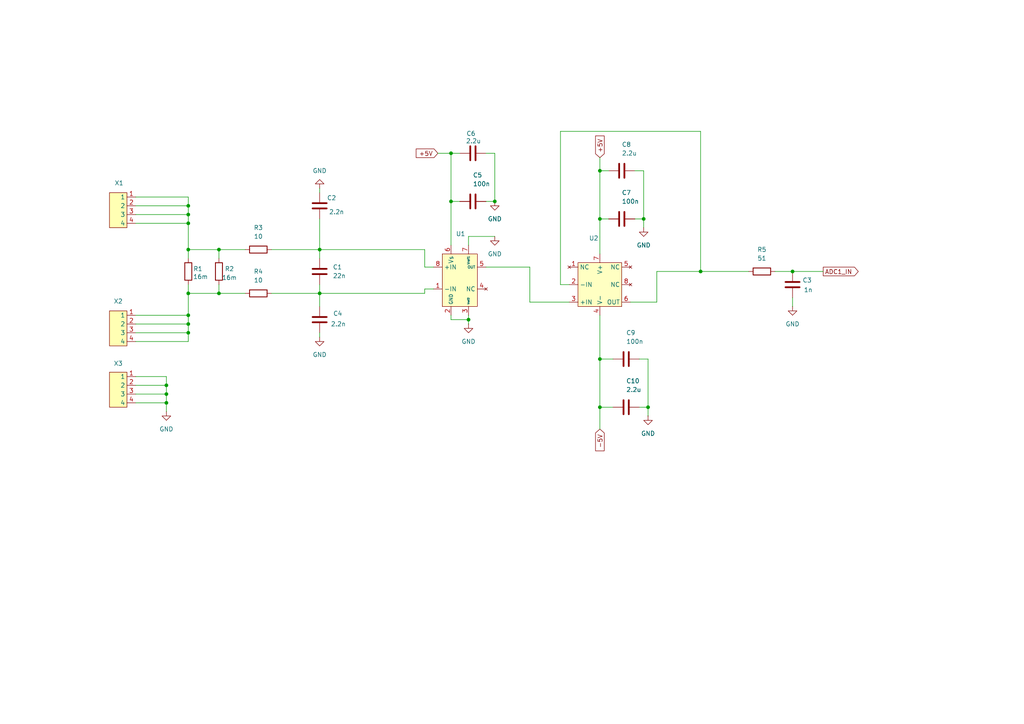
<source format=kicad_sch>
(kicad_sch (version 20250114) (generator "eeschema") (generator_version "9.0")
  (paper "A4")
  (lib_symbols
    (symbol "AD8410A-new:AD8410A"
      (property "Reference" "U1" (at 0 10.16 0))
      (symbol "AD8410A_1_1"
        (rectangle (start -5.08 6.35) (end 5.08 -8.89) (fill (type color) (color 255 255 194 1)))
        (pin input line (at -7.62 2.54 0) (length 2.54) (name "+IN") (number "8"))
        (pin input line (at -7.62 -3.81 0) (length 2.54) (name "-IN") (number "1"))
        (pin input line (at -2.54 8.89 270) (length 2.54) (name "Vs") (number "6"))
        (pin passive line (at -2.54 -11.43 90) (length 2.54) (name "GND") (number "2"))
        (pin input line (at 2.54 8.89 270) (length 2.54) (name "Vref1") (number "7"))
        (pin input line (at 2.54 -11.43 90) (length 2.54) (name "Vref2") (number "3"))
        (pin output line (at 7.62 2.54 180) (length 2.54) (name "OUT") (number "5"))
        (pin no_connect line (at 7.62 -3.81 180) (length 2.54) (name "NC") (number "4"))
      )
    )
    (symbol "Device:C" (pin_numbers (hide yes)) (pin_names (offset 0.254))
      (property "Reference" "C" (at 0.635 2.54 0))
      (property "Value" "C" (at 0.635 -2.54 0))
      (symbol "C_0_1"
        (polyline (pts (xy -2.032 0.762) (xy 2.032 0.762)) (stroke (width 0.508)))
        (polyline (pts (xy -2.032 -0.762) (xy 2.032 -0.762)) (stroke (width 0.508)))
      )
      (symbol "C_1_1"
        (pin passive line (at 0 3.81 270) (length 2.794) (name "~") (number "1"))
        (pin passive line (at 0 -3.81 90) (length 2.794) (name "~") (number "2"))
      )
    )
    (symbol "Device:R" (pin_numbers (hide yes)) (pin_names (offset 0))
      (property "Reference" "R" (at 2.032 0 90))
      (property "Value" "R" (at 0 0 90))
      (symbol "R_0_1"
        (rectangle (start -1.016 -2.54) (end 1.016 2.54) (stroke (width 0.254)))
      )
      (symbol "R_1_1"
        (pin passive line (at 0 3.81 270) (length 1.27) (name "~") (number "1"))
        (pin passive line (at 0 -3.81 90) (length 1.27) (name "~") (number "2"))
      )
    )
    (symbol "LT6202-new:LT6202"
      (property "Reference" "U2" (at -24.13 13.97 0))
      (symbol "LT6202_1_1"
        (rectangle (start -31.75 12.7) (end -19.05 0) (fill (type color) (color 255 255 194 1)))
        (pin no_connect line (at -34.29 11.43 0) (length 2.54) (name "NC") (number "1"))
        (pin input line (at -34.29 6.35 0) (length 2.54) (name "-IN") (number "2"))
        (pin input line (at -34.29 1.27 0) (length 2.54) (name "+IN") (number "3"))
        (pin input line (at -25.4 15.24 270) (length 2.54) (name "V+") (number "7"))
        (pin input line (at -25.4 -2.54 90) (length 2.54) (name "V-") (number "4"))
        (pin no_connect line (at -16.51 11.43 180) (length 2.54) (name "NC") (number "5"))
        (pin no_connect line (at -16.51 6.35 180) (length 2.54) (name "NC") (number "8"))
        (pin output line (at -16.51 1.27 180) (length 2.54) (name "OUT") (number "6"))
      )
    )
    (symbol "WE_74650073_new:WE74650073"
      (property "Reference" "X" (at 0 0 0))
      (symbol "WE74650073_1_1"
        (text_box "" (at -2.54 -2.54 0) (size 5.08 -10.16) (margins 1.016 1.016 1.016 1.016) (fill (type color) (color 255 255 0 0.3)) (effects (font (size 1.27 1.27)) (justify left top)))
        (pin input line (at 5.08 -3.81 180) (length 2.54) (name "1") (number "1"))
        (pin input line (at 5.08 -6.35 180) (length 2.54) (name "2") (number "2"))
        (pin input line (at 5.08 -8.89 180) (length 2.54) (name "3") (number "3"))
        (pin input line (at 5.08 -11.43 180) (length 2.54) (name "4") (number "4"))
      )
    )
    (symbol "power:GND" (power) (pin_numbers (hide yes)) (pin_names (offset 0) (hide yes))
      (property "Value" "GND" (at 0 -3.81 0))
      (symbol "GND_0_1"
        (polyline (pts (xy 0 0) (xy 0 -1.27) (xy 1.27 -1.27) (xy 0 -2.54) (xy -1.27 -1.27) (xy 0 -1.27)))
      )
      (symbol "GND_1_1"
        (pin power_in line (at 0 0 270) (length 0) (name "~") (number "1"))
      )
    )
  )
  (junction (at 92.71 85.09))
  (junction (at 173.99 49.53))
  (junction (at 130.81 58.42))
  (junction (at 54.61 72.39))
  (junction (at 54.61 64.77))
  (junction (at 203.2 78.74))
  (junction (at 173.99 63.5))
  (junction (at 187.96 118.11))
  (junction (at 54.61 85.09))
  (junction (at 54.61 91.44))
  (junction (at 48.26 114.3))
  (junction (at 63.5 85.09))
  (junction (at 63.5 72.39))
  (junction (at 48.26 111.76))
  (junction (at 92.71 72.39))
  (junction (at 173.99 118.11))
  (junction (at 48.26 116.84))
  (junction (at 54.61 93.98))
  (junction (at 130.81 44.45))
  (junction (at 54.61 62.23))
  (junction (at 143.51 58.42))
  (junction (at 173.99 104.14))
  (junction (at 229.87 78.74))
  (junction (at 54.61 59.69))
  (junction (at 186.69 63.5))
  (junction (at 54.61 96.52))
  (junction (at 135.89 92.71))
  (wire (pts (xy 92.71 72.39) (xy 123.19 72.39)))
  (wire (pts (xy 143.51 58.42) (xy 143.51 44.45)))
  (wire (pts (xy 39.37 59.69) (xy 54.61 59.69)))
  (wire (pts (xy 92.71 72.39) (xy 92.71 74.93)))
  (wire (pts (xy 54.61 59.69) (xy 54.61 57.15)))
  (wire (pts (xy 135.89 91.44) (xy 135.89 92.71)))
  (wire (pts (xy 173.99 63.5) (xy 176.53 63.5)))
  (wire (pts (xy 63.5 72.39) (xy 54.61 72.39)))
  (wire (pts (xy 173.99 45.72) (xy 173.99 49.53)))
  (wire (pts (xy 162.56 82.55) (xy 162.56 38.1)))
  (wire (pts (xy 173.99 91.44) (xy 173.99 104.14)))
  (wire (pts (xy 54.61 96.52) (xy 54.61 99.06)))
  (wire (pts (xy 48.26 114.3) (xy 48.26 111.76)))
  (wire (pts (xy 135.89 68.58) (xy 143.51 68.58)))
  (wire (pts (xy 229.87 86.36) (xy 229.87 88.9)))
  (wire (pts (xy 143.51 44.45) (xy 140.97 44.45)))
  (wire (pts (xy 39.37 114.3) (xy 48.26 114.3)))
  (wire (pts (xy 92.71 82.55) (xy 92.71 85.09)))
  (wire (pts (xy 92.71 85.09) (xy 92.71 88.9)))
  (wire (pts (xy 63.5 74.93) (xy 63.5 72.39)))
  (wire (pts (xy 123.19 77.47) (xy 125.73 77.47)))
  (wire (pts (xy 78.74 72.39) (xy 92.71 72.39)))
  (wire (pts (xy 173.99 49.53) (xy 173.99 63.5)))
  (wire (pts (xy 130.81 91.44) (xy 130.81 92.71)))
  (wire (pts (xy 54.61 85.09) (xy 54.61 91.44)))
  (wire (pts (xy 203.2 78.74) (xy 217.17 78.74)))
  (wire (pts (xy 130.81 44.45) (xy 133.35 44.45)))
  (wire (pts (xy 173.99 63.5) (xy 173.99 73.66)))
  (wire (pts (xy 39.37 96.52) (xy 54.61 96.52)))
  (wire (pts (xy 190.5 87.63) (xy 190.5 78.74)))
  (wire (pts (xy 39.37 91.44) (xy 54.61 91.44)))
  (wire (pts (xy 48.26 111.76) (xy 48.26 109.22)))
  (wire (pts (xy 130.81 92.71) (xy 135.89 92.71)))
  (wire (pts (xy 92.71 63.5) (xy 92.71 72.39)))
  (wire (pts (xy 173.99 118.11) (xy 173.99 124.46)))
  (wire (pts (xy 185.42 104.14) (xy 187.96 104.14)))
  (wire (pts (xy 184.15 63.5) (xy 186.69 63.5)))
  (wire (pts (xy 63.5 72.39) (xy 71.12 72.39)))
  (wire (pts (xy 130.81 58.42) (xy 133.35 58.42)))
  (wire (pts (xy 63.5 85.09) (xy 71.12 85.09)))
  (wire (pts (xy 54.61 59.69) (xy 54.61 62.23)))
  (wire (pts (xy 135.89 92.71) (xy 135.89 93.98)))
  (wire (pts (xy 63.5 82.55) (xy 63.5 85.09)))
  (wire (pts (xy 123.19 83.82) (xy 125.73 83.82)))
  (wire (pts (xy 140.97 58.42) (xy 143.51 58.42)))
  (wire (pts (xy 63.5 85.09) (xy 54.61 85.09)))
  (wire (pts (xy 54.61 62.23) (xy 54.61 64.77)))
  (wire (pts (xy 130.81 58.42) (xy 130.81 71.12)))
  (wire (pts (xy 186.69 63.5) (xy 186.69 66.04)))
  (wire (pts (xy 123.19 85.09) (xy 123.19 83.82)))
  (wire (pts (xy 39.37 111.76) (xy 48.26 111.76)))
  (wire (pts (xy 54.61 99.06) (xy 39.37 99.06)))
  (wire (pts (xy 39.37 93.98) (xy 54.61 93.98)))
  (wire (pts (xy 182.88 87.63) (xy 190.5 87.63)))
  (wire (pts (xy 184.15 49.53) (xy 186.69 49.53)))
  (wire (pts (xy 48.26 116.84) (xy 48.26 114.3)))
  (wire (pts (xy 54.61 57.15) (xy 39.37 57.15)))
  (wire (pts (xy 187.96 118.11) (xy 187.96 120.65)))
  (wire (pts (xy 224.79 78.74) (xy 229.87 78.74)))
  (wire (pts (xy 186.69 49.53) (xy 186.69 63.5)))
  (wire (pts (xy 92.71 54.61) (xy 92.71 55.88)))
  (wire (pts (xy 54.61 64.77) (xy 54.61 72.39)))
  (wire (pts (xy 203.2 38.1) (xy 203.2 78.74)))
  (wire (pts (xy 78.74 85.09) (xy 92.71 85.09)))
  (wire (pts (xy 39.37 116.84) (xy 48.26 116.84)))
  (wire (pts (xy 39.37 62.23) (xy 54.61 62.23)))
  (wire (pts (xy 173.99 49.53) (xy 176.53 49.53)))
  (wire (pts (xy 123.19 72.39) (xy 123.19 77.47)))
  (wire (pts (xy 162.56 38.1) (xy 203.2 38.1)))
  (wire (pts (xy 130.81 44.45) (xy 130.81 58.42)))
  (wire (pts (xy 48.26 119.38) (xy 48.26 116.84)))
  (wire (pts (xy 153.67 87.63) (xy 165.1 87.63)))
  (wire (pts (xy 187.96 104.14) (xy 187.96 118.11)))
  (wire (pts (xy 92.71 96.52) (xy 92.71 97.79)))
  (wire (pts (xy 39.37 64.77) (xy 54.61 64.77)))
  (wire (pts (xy 173.99 104.14) (xy 177.8 104.14)))
  (wire (pts (xy 54.61 72.39) (xy 54.61 74.93)))
  (wire (pts (xy 54.61 91.44) (xy 54.61 93.98)))
  (wire (pts (xy 48.26 109.22) (xy 39.37 109.22)))
  (wire (pts (xy 190.5 78.74) (xy 203.2 78.74)))
  (wire (pts (xy 54.61 82.55) (xy 54.61 85.09)))
  (wire (pts (xy 229.87 78.74) (xy 238.76 78.74)))
  (wire (pts (xy 173.99 104.14) (xy 173.99 118.11)))
  (wire (pts (xy 135.89 71.12) (xy 135.89 68.58)))
  (wire (pts (xy 173.99 118.11) (xy 177.8 118.11)))
  (wire (pts (xy 92.71 85.09) (xy 123.19 85.09)))
  (wire (pts (xy 140.97 77.47) (xy 153.67 77.47)))
  (wire (pts (xy 153.67 77.47) (xy 153.67 87.63)))
  (wire (pts (xy 165.1 82.55) (xy 162.56 82.55)))
  (wire (pts (xy 185.42 118.11) (xy 187.96 118.11)))
  (wire (pts (xy 54.61 93.98) (xy 54.61 96.52)))
  (wire (pts (xy 127 44.45) (xy 130.81 44.45)))
  (global_label "ADC1_IN" (shape output) (at 238.76 78.74 0) (property "Intersheetrefs" "${INTERSHEET_REFS}" (effects (hide yes))))
  (global_label "-5V" (shape input) (at 173.99 124.46 270) (property "Intersheetrefs" "${INTERSHEET_REFS}" (effects (hide yes))))
  (global_label "+5V" (shape input) (at 127 44.45 180) (property "Intersheetrefs" "${INTERSHEET_REFS}" (effects (hide yes))))
  (global_label "+5V" (shape input) (at 173.99 45.72 90) (property "Intersheetrefs" "${INTERSHEET_REFS}" (effects (hide yes))))
  (symbol (lib_id "Device:C") (at 180.34 49.53 270) (unit 1)
    (property "Reference" "C8" (at 180.34 41.91 90) (effects (justify left)))
    (property "Value" "2.2u" (at 180.34 44.45 90) (effects (justify left)))
    (property "Footprint" "Capacitor_SMD:C_0603_1608Metric_Pad1.08x0.95mm_HandSolder" (effects (hide yes)))
    (property "Description" "Unpolarized capacitor" (effects (hide yes)))
  )
  (symbol (lib_id "power:GND") (at 229.87 88.9 0) (unit 1)
    (property "Reference" "#PWR13" (effects (hide yes)))
    (property "Value" "GND" (at 229.87 93.98 0))
    (property "Description" "Power symbol creates a global label with name \"GND\" , ground" (effects (hide yes)))
  )
  (symbol (lib_id "Device:R") (at 54.61 78.74 0) (unit 1)
    (property "Reference" "R1" (at 57.404 77.978 0))
    (property "Value" "16m" (at 58.166 80.264 0))
    (property "Footprint" "Resistor_SMD:R_2512_6332Metric_Pad1.40x3.35mm_HandSolder" (effects (hide yes)))
    (property "Description" "Resistor" (effects (hide yes)))
  )
  (symbol (lib_id "power:GND") (at 135.89 93.98 0) (unit 1)
    (property "Reference" "#PWR10" (effects (hide yes)))
    (property "Value" "GND" (at 135.89 99.06 0))
    (property "Description" "Power symbol creates a global label with name \"GND\" , ground" (effects (hide yes)))
  )
  (symbol (lib_id "Device:R") (at 220.98 78.74 90) (unit 1)
    (property "Reference" "R5" (at 220.98 72.39 90))
    (property "Value" "51" (at 220.98 74.93 90))
    (property "Footprint" "Resistor_SMD:R_0603_1608Metric_Pad0.98x0.95mm_HandSolder" (effects (hide yes)))
    (property "Description" "Resistor" (effects (hide yes)))
  )
  (symbol (lib_id "power:GND") (at 92.71 97.79 0) (unit 1)
    (property "Reference" "#PWR6" (effects (hide yes)))
    (property "Value" "GND" (at 92.71 102.87 0))
    (property "Description" "Power symbol creates a global label with name \"GND\" , ground" (effects (hide yes)))
  )
  (symbol (lib_id "power:GND") (at 186.69 66.04 0) (unit 1)
    (property "Reference" "#PWR11" (effects (hide yes)))
    (property "Value" "GND" (at 186.69 71.12 0))
    (property "Description" "Power symbol creates a global label with name \"GND\" , ground" (effects (hide yes)))
  )
  (symbol (lib_id "Device:R") (at 63.5 78.74 0) (unit 1)
    (property "Reference" "R2" (at 66.548 77.978 0))
    (property "Value" "16m" (at 66.548 80.518 0))
    (property "Footprint" "Resistor_SMD:R_2512_6332Metric_Pad1.40x3.35mm_HandSolder" (effects (hide yes)))
    (property "Description" "Resistor" (effects (hide yes)))
  )
  (symbol (lib_id "Device:C") (at 92.71 92.71 180) (unit 1)
    (property "Reference" "C4" (at 99.314 90.932 0) (effects (justify left)))
    (property "Value" "2.2n" (at 100.33 93.98 0) (effects (justify left)))
    (property "Footprint" "Capacitor_SMD:C_0603_1608Metric_Pad1.08x0.95mm_HandSolder" (effects (hide yes)))
    (property "Description" "Unpolarized capacitor" (effects (hide yes)))
  )
  (symbol (lib_id "Device:C") (at 92.71 78.74 0) (unit 1)
    (property "Reference" "C1" (at 96.52 77.4699 0) (effects (justify left)))
    (property "Value" "22n" (at 96.52 80.0099 0) (effects (justify left)))
    (property "Footprint" "Capacitor_SMD:C_0603_1608Metric_Pad1.08x0.95mm_HandSolder" (effects (hide yes)))
    (property "Description" "Unpolarized capacitor" (effects (hide yes)))
  )
  (symbol (lib_id "power:GND") (at 92.71 54.61 180) (unit 1)
    (property "Reference" "#PWR7" (effects (hide yes)))
    (property "Value" "GND" (at 92.71 49.53 0))
    (property "Description" "Power symbol creates a global label with name \"GND\" , ground" (effects (hide yes)))
  )
  (symbol (lib_id "Device:C") (at 229.87 82.55 180) (unit 1)
    (property "Reference" "C3" (at 235.458 81.28 0) (effects (justify left)))
    (property "Value" "1n" (at 235.712 84.074 0) (effects (justify left)))
    (property "Footprint" "Capacitor_SMD:C_0603_1608Metric_Pad1.08x0.95mm_HandSolder" (effects (hide yes)))
    (property "Description" "Unpolarized capacitor" (effects (hide yes)))
  )
  (symbol (lib_id "WE_74650073_new:WE74650073") (at 34.29 87.63 0) (unit 1)
    (property "Reference" "X2" (at 34.29 87.376 0))
    (property "Footprint" "Connectors_Updated:Connectors" (effects (hide yes)))
  )
  (symbol (lib_id "LT6202-new:LT6202") (at 199.39 88.9 0) (unit 1)
    (property "Reference" "U2" (at 172.212 69.088 0))
    (property "Footprint" "LT6202IS8:LT6202IS8" (effects (hide yes)))
  )
  (symbol (lib_id "power:GND") (at 143.51 58.42 0) (unit 1)
    (property "Reference" "#PWR8" (effects (hide yes)))
    (property "Value" "GND" (at 143.51 63.5 0))
    (property "Description" "Power symbol creates a global label with name \"GND\" , ground" (effects (hide yes)))
  )
  (symbol (lib_id "Device:C") (at 92.71 59.69 180) (unit 1)
    (property "Reference" "C2" (at 97.536 57.404 0) (effects (justify left)))
    (property "Value" "2.2n" (at 99.822 61.468 0) (effects (justify left)))
    (property "Footprint" "Capacitor_SMD:C_0603_1608Metric_Pad1.08x0.95mm_HandSolder" (effects (hide yes)))
    (property "Description" "Unpolarized capacitor" (effects (hide yes)))
  )
  (symbol (lib_id "power:GND") (at 48.26 119.38 0) (unit 1)
    (property "Reference" "#PWR5" (effects (hide yes)))
    (property "Value" "GND" (at 48.26 124.46 0))
    (property "Description" "Power symbol creates a global label with name \"GND\" , ground" (effects (hide yes)))
  )
  (symbol (lib_id "Device:C") (at 181.61 104.14 270) (unit 1)
    (property "Reference" "C9" (at 181.61 96.52 90) (effects (justify left)))
    (property "Value" "100n" (at 181.61 99.06 90) (effects (justify left)))
    (property "Footprint" "Capacitor_SMD:C_0603_1608Metric_Pad1.08x0.95mm_HandSolder" (effects (hide yes)))
    (property "Description" "Unpolarized capacitor" (effects (hide yes)))
  )
  (symbol (lib_id "Device:C") (at 180.34 63.5 270) (unit 1)
    (property "Reference" "C7" (at 180.34 55.88 90) (effects (justify left)))
    (property "Value" "100n" (at 180.34 58.42 90) (effects (justify left)))
    (property "Footprint" "Capacitor_SMD:C_0603_1608Metric_Pad1.08x0.95mm_HandSolder" (effects (hide yes)))
    (property "Description" "Unpolarized capacitor" (effects (hide yes)))
  )
  (symbol (lib_id "Device:C") (at 137.16 44.45 270) (unit 1)
    (property "Reference" "C6" (at 135.255 38.735 90) (effects (justify left)))
    (property "Value" "2.2u" (at 135.128 40.894 90) (effects (justify left)))
    (property "Footprint" "Capacitor_SMD:C_0603_1608Metric_Pad1.08x0.95mm_HandSolder" (effects (hide yes)))
    (property "Description" "Unpolarized capacitor" (effects (hide yes)))
  )
  (symbol (lib_id "WE_74650073_new:WE74650073") (at 34.29 53.34 0) (unit 1)
    (property "Reference" "X1" (at 34.544 53.086 0))
    (property "Footprint" "Connectors_Updated:Connectors" (effects (hide yes)))
  )
  (symbol (lib_id "AD8410A-new:AD8410A") (at 133.35 80.01 0) (unit 1)
    (property "Reference" "U1" (at 133.604 67.818 0))
    (property "Footprint" "AD8410ABWRZ:AD8410ABWRZ" (effects (hide yes)))
  )
  (symbol (lib_id "power:GND") (at 143.51 68.58 0) (unit 1)
    (property "Reference" "#PWR9" (effects (hide yes)))
    (property "Value" "GND" (at 143.51 73.66 0))
    (property "Description" "Power symbol creates a global label with name \"GND\" , ground" (effects (hide yes)))
  )
  (symbol (lib_id "WE_74650073_new:WE74650073") (at 34.29 105.41 0) (unit 1)
    (property "Reference" "X3" (at 34.29 105.41 0))
    (property "Footprint" "Connectors_Updated:Connectors" (effects (hide yes)))
  )
  (symbol (lib_id "Device:R") (at 74.93 72.39 90) (unit 1)
    (property "Reference" "R3" (at 74.93 66.04 90))
    (property "Value" "10" (at 74.93 68.58 90))
    (property "Footprint" "Resistor_SMD:R_0603_1608Metric_Pad0.98x0.95mm_HandSolder" (effects (hide yes)))
    (property "Description" "Resistor" (effects (hide yes)))
  )
  (symbol (lib_id "Device:C") (at 137.16 58.42 270) (unit 1)
    (property "Reference" "C5" (at 137.16 50.8 90) (effects (justify left)))
    (property "Value" "100n" (at 137.16 53.34 90) (effects (justify left)))
    (property "Footprint" "Capacitor_SMD:C_0603_1608Metric_Pad1.08x0.95mm_HandSolder" (effects (hide yes)))
    (property "Description" "Unpolarized capacitor" (effects (hide yes)))
  )
  (symbol (lib_id "Device:R") (at 74.93 85.09 90) (unit 1)
    (property "Reference" "R4" (at 74.93 78.74 90))
    (property "Value" "10" (at 74.93 81.28 90))
    (property "Footprint" "Resistor_SMD:R_0603_1608Metric_Pad0.98x0.95mm_HandSolder" (effects (hide yes)))
    (property "Description" "Resistor" (effects (hide yes)))
  )
  (symbol (lib_id "power:GND") (at 187.96 120.65 0) (unit 1)
    (property "Reference" "#PWR12" (effects (hide yes)))
    (property "Value" "GND" (at 187.96 125.73 0))
    (property "Description" "Power symbol creates a global label with name \"GND\" , ground" (effects (hide yes)))
  )
  (symbol (lib_id "Device:C") (at 181.61 118.11 270) (unit 1)
    (property "Reference" "C10" (at 181.61 110.49 90) (effects (justify left)))
    (property "Value" "2.2u" (at 181.61 113.03 90) (effects (justify left)))
    (property "Footprint" "Capacitor_SMD:C_0603_1608Metric_Pad1.08x0.95mm_HandSolder" (effects (hide yes)))
    (property "Description" "Unpolarized capacitor" (effects (hide yes)))
  )
)
</source>
